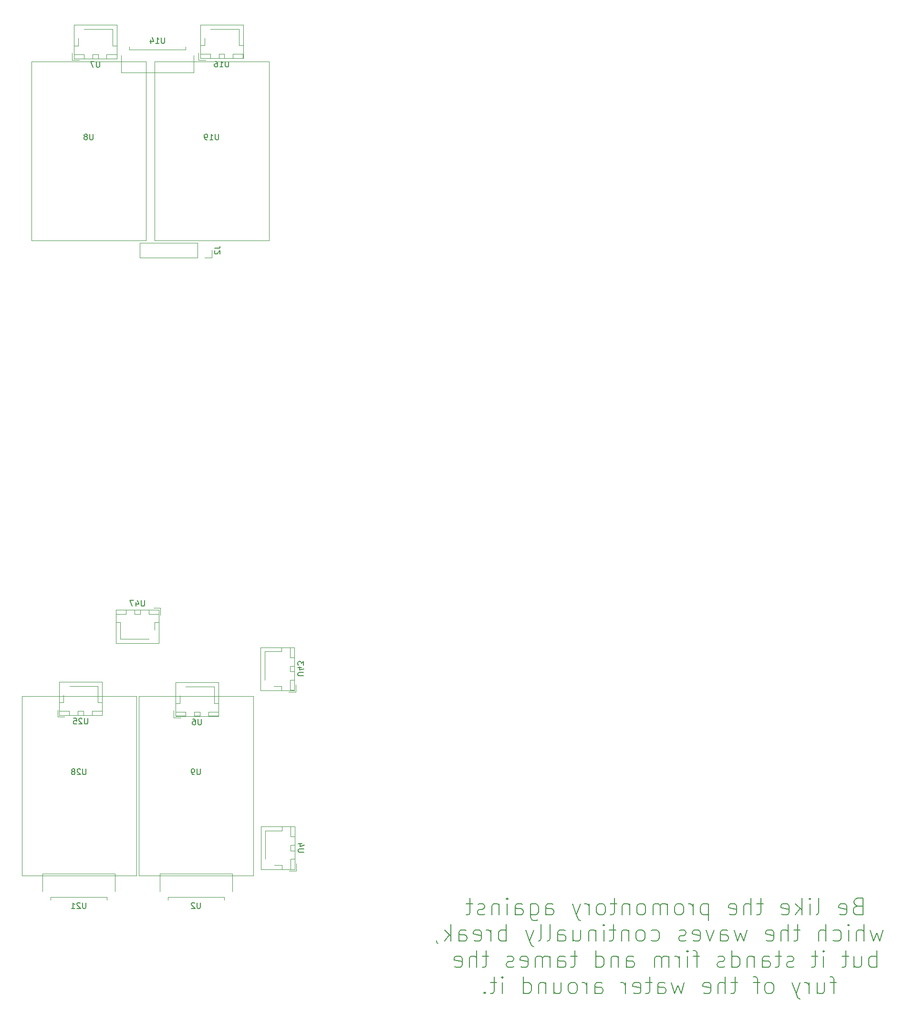
<source format=gbr>
G04 #@! TF.GenerationSoftware,KiCad,Pcbnew,5.1.5+dfsg1-2build2*
G04 #@! TF.CreationDate,2020-12-11T18:22:10+01:00*
G04 #@! TF.ProjectId,ariadne-v3-backup,61726961-646e-4652-9d76-332d6261636b,rev?*
G04 #@! TF.SameCoordinates,Original*
G04 #@! TF.FileFunction,Legend,Bot*
G04 #@! TF.FilePolarity,Positive*
%FSLAX46Y46*%
G04 Gerber Fmt 4.6, Leading zero omitted, Abs format (unit mm)*
G04 Created by KiCad (PCBNEW 5.1.5+dfsg1-2build2) date 2020-12-11 18:22:10*
%MOMM*%
%LPD*%
G04 APERTURE LIST*
%ADD10C,0.150000*%
%ADD11C,0.120000*%
G04 APERTURE END LIST*
D10*
X170042857Y-170210714D02*
X169614285Y-170353571D01*
X169471428Y-170496428D01*
X169328571Y-170782142D01*
X169328571Y-171210714D01*
X169471428Y-171496428D01*
X169614285Y-171639285D01*
X169900000Y-171782142D01*
X171042857Y-171782142D01*
X171042857Y-168782142D01*
X170042857Y-168782142D01*
X169757142Y-168925000D01*
X169614285Y-169067857D01*
X169471428Y-169353571D01*
X169471428Y-169639285D01*
X169614285Y-169925000D01*
X169757142Y-170067857D01*
X170042857Y-170210714D01*
X171042857Y-170210714D01*
X166900000Y-171639285D02*
X167185714Y-171782142D01*
X167757142Y-171782142D01*
X168042857Y-171639285D01*
X168185714Y-171353571D01*
X168185714Y-170210714D01*
X168042857Y-169925000D01*
X167757142Y-169782142D01*
X167185714Y-169782142D01*
X166900000Y-169925000D01*
X166757142Y-170210714D01*
X166757142Y-170496428D01*
X168185714Y-170782142D01*
X162757142Y-171782142D02*
X163042857Y-171639285D01*
X163185714Y-171353571D01*
X163185714Y-168782142D01*
X161614285Y-171782142D02*
X161614285Y-169782142D01*
X161614285Y-168782142D02*
X161757142Y-168925000D01*
X161614285Y-169067857D01*
X161471428Y-168925000D01*
X161614285Y-168782142D01*
X161614285Y-169067857D01*
X160185714Y-171782142D02*
X160185714Y-168782142D01*
X159900000Y-170639285D02*
X159042857Y-171782142D01*
X159042857Y-169782142D02*
X160185714Y-170925000D01*
X156614285Y-171639285D02*
X156900000Y-171782142D01*
X157471428Y-171782142D01*
X157757142Y-171639285D01*
X157900000Y-171353571D01*
X157900000Y-170210714D01*
X157757142Y-169925000D01*
X157471428Y-169782142D01*
X156900000Y-169782142D01*
X156614285Y-169925000D01*
X156471428Y-170210714D01*
X156471428Y-170496428D01*
X157900000Y-170782142D01*
X153328571Y-169782142D02*
X152185714Y-169782142D01*
X152900000Y-168782142D02*
X152900000Y-171353571D01*
X152757142Y-171639285D01*
X152471428Y-171782142D01*
X152185714Y-171782142D01*
X151185714Y-171782142D02*
X151185714Y-168782142D01*
X149900000Y-171782142D02*
X149900000Y-170210714D01*
X150042857Y-169925000D01*
X150328571Y-169782142D01*
X150757142Y-169782142D01*
X151042857Y-169925000D01*
X151185714Y-170067857D01*
X147328571Y-171639285D02*
X147614285Y-171782142D01*
X148185714Y-171782142D01*
X148471428Y-171639285D01*
X148614285Y-171353571D01*
X148614285Y-170210714D01*
X148471428Y-169925000D01*
X148185714Y-169782142D01*
X147614285Y-169782142D01*
X147328571Y-169925000D01*
X147185714Y-170210714D01*
X147185714Y-170496428D01*
X148614285Y-170782142D01*
X143614285Y-169782142D02*
X143614285Y-172782142D01*
X143614285Y-169925000D02*
X143328571Y-169782142D01*
X142757142Y-169782142D01*
X142471428Y-169925000D01*
X142328571Y-170067857D01*
X142185714Y-170353571D01*
X142185714Y-171210714D01*
X142328571Y-171496428D01*
X142471428Y-171639285D01*
X142757142Y-171782142D01*
X143328571Y-171782142D01*
X143614285Y-171639285D01*
X140900000Y-171782142D02*
X140900000Y-169782142D01*
X140900000Y-170353571D02*
X140757142Y-170067857D01*
X140614285Y-169925000D01*
X140328571Y-169782142D01*
X140042857Y-169782142D01*
X138614285Y-171782142D02*
X138900000Y-171639285D01*
X139042857Y-171496428D01*
X139185714Y-171210714D01*
X139185714Y-170353571D01*
X139042857Y-170067857D01*
X138900000Y-169925000D01*
X138614285Y-169782142D01*
X138185714Y-169782142D01*
X137900000Y-169925000D01*
X137757142Y-170067857D01*
X137614285Y-170353571D01*
X137614285Y-171210714D01*
X137757142Y-171496428D01*
X137900000Y-171639285D01*
X138185714Y-171782142D01*
X138614285Y-171782142D01*
X136328571Y-171782142D02*
X136328571Y-169782142D01*
X136328571Y-170067857D02*
X136185714Y-169925000D01*
X135900000Y-169782142D01*
X135471428Y-169782142D01*
X135185714Y-169925000D01*
X135042857Y-170210714D01*
X135042857Y-171782142D01*
X135042857Y-170210714D02*
X134900000Y-169925000D01*
X134614285Y-169782142D01*
X134185714Y-169782142D01*
X133900000Y-169925000D01*
X133757142Y-170210714D01*
X133757142Y-171782142D01*
X131900000Y-171782142D02*
X132185714Y-171639285D01*
X132328571Y-171496428D01*
X132471428Y-171210714D01*
X132471428Y-170353571D01*
X132328571Y-170067857D01*
X132185714Y-169925000D01*
X131900000Y-169782142D01*
X131471428Y-169782142D01*
X131185714Y-169925000D01*
X131042857Y-170067857D01*
X130900000Y-170353571D01*
X130900000Y-171210714D01*
X131042857Y-171496428D01*
X131185714Y-171639285D01*
X131471428Y-171782142D01*
X131900000Y-171782142D01*
X129614285Y-169782142D02*
X129614285Y-171782142D01*
X129614285Y-170067857D02*
X129471428Y-169925000D01*
X129185714Y-169782142D01*
X128757142Y-169782142D01*
X128471428Y-169925000D01*
X128328571Y-170210714D01*
X128328571Y-171782142D01*
X127328571Y-169782142D02*
X126185714Y-169782142D01*
X126900000Y-168782142D02*
X126900000Y-171353571D01*
X126757142Y-171639285D01*
X126471428Y-171782142D01*
X126185714Y-171782142D01*
X124757142Y-171782142D02*
X125042857Y-171639285D01*
X125185714Y-171496428D01*
X125328571Y-171210714D01*
X125328571Y-170353571D01*
X125185714Y-170067857D01*
X125042857Y-169925000D01*
X124757142Y-169782142D01*
X124328571Y-169782142D01*
X124042857Y-169925000D01*
X123900000Y-170067857D01*
X123757142Y-170353571D01*
X123757142Y-171210714D01*
X123900000Y-171496428D01*
X124042857Y-171639285D01*
X124328571Y-171782142D01*
X124757142Y-171782142D01*
X122471428Y-171782142D02*
X122471428Y-169782142D01*
X122471428Y-170353571D02*
X122328571Y-170067857D01*
X122185714Y-169925000D01*
X121900000Y-169782142D01*
X121614285Y-169782142D01*
X120900000Y-169782142D02*
X120185714Y-171782142D01*
X119471428Y-169782142D02*
X120185714Y-171782142D01*
X120471428Y-172496428D01*
X120614285Y-172639285D01*
X120900000Y-172782142D01*
X114757142Y-171782142D02*
X114757142Y-170210714D01*
X114900000Y-169925000D01*
X115185714Y-169782142D01*
X115757142Y-169782142D01*
X116042857Y-169925000D01*
X114757142Y-171639285D02*
X115042857Y-171782142D01*
X115757142Y-171782142D01*
X116042857Y-171639285D01*
X116185714Y-171353571D01*
X116185714Y-171067857D01*
X116042857Y-170782142D01*
X115757142Y-170639285D01*
X115042857Y-170639285D01*
X114757142Y-170496428D01*
X112042857Y-169782142D02*
X112042857Y-172210714D01*
X112185714Y-172496428D01*
X112328571Y-172639285D01*
X112614285Y-172782142D01*
X113042857Y-172782142D01*
X113328571Y-172639285D01*
X112042857Y-171639285D02*
X112328571Y-171782142D01*
X112900000Y-171782142D01*
X113185714Y-171639285D01*
X113328571Y-171496428D01*
X113471428Y-171210714D01*
X113471428Y-170353571D01*
X113328571Y-170067857D01*
X113185714Y-169925000D01*
X112900000Y-169782142D01*
X112328571Y-169782142D01*
X112042857Y-169925000D01*
X109328571Y-171782142D02*
X109328571Y-170210714D01*
X109471428Y-169925000D01*
X109757142Y-169782142D01*
X110328571Y-169782142D01*
X110614285Y-169925000D01*
X109328571Y-171639285D02*
X109614285Y-171782142D01*
X110328571Y-171782142D01*
X110614285Y-171639285D01*
X110757142Y-171353571D01*
X110757142Y-171067857D01*
X110614285Y-170782142D01*
X110328571Y-170639285D01*
X109614285Y-170639285D01*
X109328571Y-170496428D01*
X107900000Y-171782142D02*
X107900000Y-169782142D01*
X107900000Y-168782142D02*
X108042857Y-168925000D01*
X107900000Y-169067857D01*
X107757142Y-168925000D01*
X107900000Y-168782142D01*
X107900000Y-169067857D01*
X106471428Y-169782142D02*
X106471428Y-171782142D01*
X106471428Y-170067857D02*
X106328571Y-169925000D01*
X106042857Y-169782142D01*
X105614285Y-169782142D01*
X105328571Y-169925000D01*
X105185714Y-170210714D01*
X105185714Y-171782142D01*
X103900000Y-171639285D02*
X103614285Y-171782142D01*
X103042857Y-171782142D01*
X102757142Y-171639285D01*
X102614285Y-171353571D01*
X102614285Y-171210714D01*
X102757142Y-170925000D01*
X103042857Y-170782142D01*
X103471428Y-170782142D01*
X103757142Y-170639285D01*
X103900000Y-170353571D01*
X103900000Y-170210714D01*
X103757142Y-169925000D01*
X103471428Y-169782142D01*
X103042857Y-169782142D01*
X102757142Y-169925000D01*
X101757142Y-169782142D02*
X100614285Y-169782142D01*
X101328571Y-168782142D02*
X101328571Y-171353571D01*
X101185714Y-171639285D01*
X100900000Y-171782142D01*
X100614285Y-171782142D01*
X174614285Y-174432142D02*
X174042857Y-176432142D01*
X173471428Y-175003571D01*
X172900000Y-176432142D01*
X172328571Y-174432142D01*
X171185714Y-176432142D02*
X171185714Y-173432142D01*
X169900000Y-176432142D02*
X169900000Y-174860714D01*
X170042857Y-174575000D01*
X170328571Y-174432142D01*
X170757142Y-174432142D01*
X171042857Y-174575000D01*
X171185714Y-174717857D01*
X168471428Y-176432142D02*
X168471428Y-174432142D01*
X168471428Y-173432142D02*
X168614285Y-173575000D01*
X168471428Y-173717857D01*
X168328571Y-173575000D01*
X168471428Y-173432142D01*
X168471428Y-173717857D01*
X165757142Y-176289285D02*
X166042857Y-176432142D01*
X166614285Y-176432142D01*
X166900000Y-176289285D01*
X167042857Y-176146428D01*
X167185714Y-175860714D01*
X167185714Y-175003571D01*
X167042857Y-174717857D01*
X166900000Y-174575000D01*
X166614285Y-174432142D01*
X166042857Y-174432142D01*
X165757142Y-174575000D01*
X164471428Y-176432142D02*
X164471428Y-173432142D01*
X163185714Y-176432142D02*
X163185714Y-174860714D01*
X163328571Y-174575000D01*
X163614285Y-174432142D01*
X164042857Y-174432142D01*
X164328571Y-174575000D01*
X164471428Y-174717857D01*
X159900000Y-174432142D02*
X158757142Y-174432142D01*
X159471428Y-173432142D02*
X159471428Y-176003571D01*
X159328571Y-176289285D01*
X159042857Y-176432142D01*
X158757142Y-176432142D01*
X157757142Y-176432142D02*
X157757142Y-173432142D01*
X156471428Y-176432142D02*
X156471428Y-174860714D01*
X156614285Y-174575000D01*
X156900000Y-174432142D01*
X157328571Y-174432142D01*
X157614285Y-174575000D01*
X157757142Y-174717857D01*
X153900000Y-176289285D02*
X154185714Y-176432142D01*
X154757142Y-176432142D01*
X155042857Y-176289285D01*
X155185714Y-176003571D01*
X155185714Y-174860714D01*
X155042857Y-174575000D01*
X154757142Y-174432142D01*
X154185714Y-174432142D01*
X153900000Y-174575000D01*
X153757142Y-174860714D01*
X153757142Y-175146428D01*
X155185714Y-175432142D01*
X150471428Y-174432142D02*
X149900000Y-176432142D01*
X149328571Y-175003571D01*
X148757142Y-176432142D01*
X148185714Y-174432142D01*
X145757142Y-176432142D02*
X145757142Y-174860714D01*
X145900000Y-174575000D01*
X146185714Y-174432142D01*
X146757142Y-174432142D01*
X147042857Y-174575000D01*
X145757142Y-176289285D02*
X146042857Y-176432142D01*
X146757142Y-176432142D01*
X147042857Y-176289285D01*
X147185714Y-176003571D01*
X147185714Y-175717857D01*
X147042857Y-175432142D01*
X146757142Y-175289285D01*
X146042857Y-175289285D01*
X145757142Y-175146428D01*
X144614285Y-174432142D02*
X143900000Y-176432142D01*
X143185714Y-174432142D01*
X140900000Y-176289285D02*
X141185714Y-176432142D01*
X141757142Y-176432142D01*
X142042857Y-176289285D01*
X142185714Y-176003571D01*
X142185714Y-174860714D01*
X142042857Y-174575000D01*
X141757142Y-174432142D01*
X141185714Y-174432142D01*
X140900000Y-174575000D01*
X140757142Y-174860714D01*
X140757142Y-175146428D01*
X142185714Y-175432142D01*
X139614285Y-176289285D02*
X139328571Y-176432142D01*
X138757142Y-176432142D01*
X138471428Y-176289285D01*
X138328571Y-176003571D01*
X138328571Y-175860714D01*
X138471428Y-175575000D01*
X138757142Y-175432142D01*
X139185714Y-175432142D01*
X139471428Y-175289285D01*
X139614285Y-175003571D01*
X139614285Y-174860714D01*
X139471428Y-174575000D01*
X139185714Y-174432142D01*
X138757142Y-174432142D01*
X138471428Y-174575000D01*
X133471428Y-176289285D02*
X133757142Y-176432142D01*
X134328571Y-176432142D01*
X134614285Y-176289285D01*
X134757142Y-176146428D01*
X134900000Y-175860714D01*
X134900000Y-175003571D01*
X134757142Y-174717857D01*
X134614285Y-174575000D01*
X134328571Y-174432142D01*
X133757142Y-174432142D01*
X133471428Y-174575000D01*
X131757142Y-176432142D02*
X132042857Y-176289285D01*
X132185714Y-176146428D01*
X132328571Y-175860714D01*
X132328571Y-175003571D01*
X132185714Y-174717857D01*
X132042857Y-174575000D01*
X131757142Y-174432142D01*
X131328571Y-174432142D01*
X131042857Y-174575000D01*
X130900000Y-174717857D01*
X130757142Y-175003571D01*
X130757142Y-175860714D01*
X130900000Y-176146428D01*
X131042857Y-176289285D01*
X131328571Y-176432142D01*
X131757142Y-176432142D01*
X129471428Y-174432142D02*
X129471428Y-176432142D01*
X129471428Y-174717857D02*
X129328571Y-174575000D01*
X129042857Y-174432142D01*
X128614285Y-174432142D01*
X128328571Y-174575000D01*
X128185714Y-174860714D01*
X128185714Y-176432142D01*
X127185714Y-174432142D02*
X126042857Y-174432142D01*
X126757142Y-173432142D02*
X126757142Y-176003571D01*
X126614285Y-176289285D01*
X126328571Y-176432142D01*
X126042857Y-176432142D01*
X125042857Y-176432142D02*
X125042857Y-174432142D01*
X125042857Y-173432142D02*
X125185714Y-173575000D01*
X125042857Y-173717857D01*
X124900000Y-173575000D01*
X125042857Y-173432142D01*
X125042857Y-173717857D01*
X123614285Y-174432142D02*
X123614285Y-176432142D01*
X123614285Y-174717857D02*
X123471428Y-174575000D01*
X123185714Y-174432142D01*
X122757142Y-174432142D01*
X122471428Y-174575000D01*
X122328571Y-174860714D01*
X122328571Y-176432142D01*
X119614285Y-174432142D02*
X119614285Y-176432142D01*
X120900000Y-174432142D02*
X120900000Y-176003571D01*
X120757142Y-176289285D01*
X120471428Y-176432142D01*
X120042857Y-176432142D01*
X119757142Y-176289285D01*
X119614285Y-176146428D01*
X116900000Y-176432142D02*
X116900000Y-174860714D01*
X117042857Y-174575000D01*
X117328571Y-174432142D01*
X117900000Y-174432142D01*
X118185714Y-174575000D01*
X116900000Y-176289285D02*
X117185714Y-176432142D01*
X117900000Y-176432142D01*
X118185714Y-176289285D01*
X118328571Y-176003571D01*
X118328571Y-175717857D01*
X118185714Y-175432142D01*
X117900000Y-175289285D01*
X117185714Y-175289285D01*
X116900000Y-175146428D01*
X115042857Y-176432142D02*
X115328571Y-176289285D01*
X115471428Y-176003571D01*
X115471428Y-173432142D01*
X113471428Y-176432142D02*
X113757142Y-176289285D01*
X113900000Y-176003571D01*
X113900000Y-173432142D01*
X112614285Y-174432142D02*
X111900000Y-176432142D01*
X111185714Y-174432142D02*
X111900000Y-176432142D01*
X112185714Y-177146428D01*
X112328571Y-177289285D01*
X112614285Y-177432142D01*
X107757142Y-176432142D02*
X107757142Y-173432142D01*
X107757142Y-174575000D02*
X107471428Y-174432142D01*
X106900000Y-174432142D01*
X106614285Y-174575000D01*
X106471428Y-174717857D01*
X106328571Y-175003571D01*
X106328571Y-175860714D01*
X106471428Y-176146428D01*
X106614285Y-176289285D01*
X106900000Y-176432142D01*
X107471428Y-176432142D01*
X107757142Y-176289285D01*
X105042857Y-176432142D02*
X105042857Y-174432142D01*
X105042857Y-175003571D02*
X104900000Y-174717857D01*
X104757142Y-174575000D01*
X104471428Y-174432142D01*
X104185714Y-174432142D01*
X102042857Y-176289285D02*
X102328571Y-176432142D01*
X102900000Y-176432142D01*
X103185714Y-176289285D01*
X103328571Y-176003571D01*
X103328571Y-174860714D01*
X103185714Y-174575000D01*
X102900000Y-174432142D01*
X102328571Y-174432142D01*
X102042857Y-174575000D01*
X101900000Y-174860714D01*
X101900000Y-175146428D01*
X103328571Y-175432142D01*
X99328571Y-176432142D02*
X99328571Y-174860714D01*
X99471428Y-174575000D01*
X99757142Y-174432142D01*
X100328571Y-174432142D01*
X100614285Y-174575000D01*
X99328571Y-176289285D02*
X99614285Y-176432142D01*
X100328571Y-176432142D01*
X100614285Y-176289285D01*
X100757142Y-176003571D01*
X100757142Y-175717857D01*
X100614285Y-175432142D01*
X100328571Y-175289285D01*
X99614285Y-175289285D01*
X99328571Y-175146428D01*
X97900000Y-176432142D02*
X97900000Y-173432142D01*
X97614285Y-175289285D02*
X96757142Y-176432142D01*
X96757142Y-174432142D02*
X97900000Y-175575000D01*
X95328571Y-176289285D02*
X95328571Y-176432142D01*
X95471428Y-176717857D01*
X95614285Y-176860714D01*
X173471428Y-181082142D02*
X173471428Y-178082142D01*
X173471428Y-179225000D02*
X173185714Y-179082142D01*
X172614285Y-179082142D01*
X172328571Y-179225000D01*
X172185714Y-179367857D01*
X172042857Y-179653571D01*
X172042857Y-180510714D01*
X172185714Y-180796428D01*
X172328571Y-180939285D01*
X172614285Y-181082142D01*
X173185714Y-181082142D01*
X173471428Y-180939285D01*
X169471428Y-179082142D02*
X169471428Y-181082142D01*
X170757142Y-179082142D02*
X170757142Y-180653571D01*
X170614285Y-180939285D01*
X170328571Y-181082142D01*
X169900000Y-181082142D01*
X169614285Y-180939285D01*
X169471428Y-180796428D01*
X168471428Y-179082142D02*
X167328571Y-179082142D01*
X168042857Y-178082142D02*
X168042857Y-180653571D01*
X167900000Y-180939285D01*
X167614285Y-181082142D01*
X167328571Y-181082142D01*
X164042857Y-181082142D02*
X164042857Y-179082142D01*
X164042857Y-178082142D02*
X164185714Y-178225000D01*
X164042857Y-178367857D01*
X163900000Y-178225000D01*
X164042857Y-178082142D01*
X164042857Y-178367857D01*
X163042857Y-179082142D02*
X161900000Y-179082142D01*
X162614285Y-178082142D02*
X162614285Y-180653571D01*
X162471428Y-180939285D01*
X162185714Y-181082142D01*
X161900000Y-181082142D01*
X158757142Y-180939285D02*
X158471428Y-181082142D01*
X157900000Y-181082142D01*
X157614285Y-180939285D01*
X157471428Y-180653571D01*
X157471428Y-180510714D01*
X157614285Y-180225000D01*
X157900000Y-180082142D01*
X158328571Y-180082142D01*
X158614285Y-179939285D01*
X158757142Y-179653571D01*
X158757142Y-179510714D01*
X158614285Y-179225000D01*
X158328571Y-179082142D01*
X157900000Y-179082142D01*
X157614285Y-179225000D01*
X156614285Y-179082142D02*
X155471428Y-179082142D01*
X156185714Y-178082142D02*
X156185714Y-180653571D01*
X156042857Y-180939285D01*
X155757142Y-181082142D01*
X155471428Y-181082142D01*
X153185714Y-181082142D02*
X153185714Y-179510714D01*
X153328571Y-179225000D01*
X153614285Y-179082142D01*
X154185714Y-179082142D01*
X154471428Y-179225000D01*
X153185714Y-180939285D02*
X153471428Y-181082142D01*
X154185714Y-181082142D01*
X154471428Y-180939285D01*
X154614285Y-180653571D01*
X154614285Y-180367857D01*
X154471428Y-180082142D01*
X154185714Y-179939285D01*
X153471428Y-179939285D01*
X153185714Y-179796428D01*
X151757142Y-179082142D02*
X151757142Y-181082142D01*
X151757142Y-179367857D02*
X151614285Y-179225000D01*
X151328571Y-179082142D01*
X150900000Y-179082142D01*
X150614285Y-179225000D01*
X150471428Y-179510714D01*
X150471428Y-181082142D01*
X147757142Y-181082142D02*
X147757142Y-178082142D01*
X147757142Y-180939285D02*
X148042857Y-181082142D01*
X148614285Y-181082142D01*
X148900000Y-180939285D01*
X149042857Y-180796428D01*
X149185714Y-180510714D01*
X149185714Y-179653571D01*
X149042857Y-179367857D01*
X148900000Y-179225000D01*
X148614285Y-179082142D01*
X148042857Y-179082142D01*
X147757142Y-179225000D01*
X146471428Y-180939285D02*
X146185714Y-181082142D01*
X145614285Y-181082142D01*
X145328571Y-180939285D01*
X145185714Y-180653571D01*
X145185714Y-180510714D01*
X145328571Y-180225000D01*
X145614285Y-180082142D01*
X146042857Y-180082142D01*
X146328571Y-179939285D01*
X146471428Y-179653571D01*
X146471428Y-179510714D01*
X146328571Y-179225000D01*
X146042857Y-179082142D01*
X145614285Y-179082142D01*
X145328571Y-179225000D01*
X142042857Y-179082142D02*
X140900000Y-179082142D01*
X141614285Y-181082142D02*
X141614285Y-178510714D01*
X141471428Y-178225000D01*
X141185714Y-178082142D01*
X140900000Y-178082142D01*
X139900000Y-181082142D02*
X139900000Y-179082142D01*
X139900000Y-178082142D02*
X140042857Y-178225000D01*
X139900000Y-178367857D01*
X139757142Y-178225000D01*
X139900000Y-178082142D01*
X139900000Y-178367857D01*
X138471428Y-181082142D02*
X138471428Y-179082142D01*
X138471428Y-179653571D02*
X138328571Y-179367857D01*
X138185714Y-179225000D01*
X137900000Y-179082142D01*
X137614285Y-179082142D01*
X136614285Y-181082142D02*
X136614285Y-179082142D01*
X136614285Y-179367857D02*
X136471428Y-179225000D01*
X136185714Y-179082142D01*
X135757142Y-179082142D01*
X135471428Y-179225000D01*
X135328571Y-179510714D01*
X135328571Y-181082142D01*
X135328571Y-179510714D02*
X135185714Y-179225000D01*
X134900000Y-179082142D01*
X134471428Y-179082142D01*
X134185714Y-179225000D01*
X134042857Y-179510714D01*
X134042857Y-181082142D01*
X129042857Y-181082142D02*
X129042857Y-179510714D01*
X129185714Y-179225000D01*
X129471428Y-179082142D01*
X130042857Y-179082142D01*
X130328571Y-179225000D01*
X129042857Y-180939285D02*
X129328571Y-181082142D01*
X130042857Y-181082142D01*
X130328571Y-180939285D01*
X130471428Y-180653571D01*
X130471428Y-180367857D01*
X130328571Y-180082142D01*
X130042857Y-179939285D01*
X129328571Y-179939285D01*
X129042857Y-179796428D01*
X127614285Y-179082142D02*
X127614285Y-181082142D01*
X127614285Y-179367857D02*
X127471428Y-179225000D01*
X127185714Y-179082142D01*
X126757142Y-179082142D01*
X126471428Y-179225000D01*
X126328571Y-179510714D01*
X126328571Y-181082142D01*
X123614285Y-181082142D02*
X123614285Y-178082142D01*
X123614285Y-180939285D02*
X123900000Y-181082142D01*
X124471428Y-181082142D01*
X124757142Y-180939285D01*
X124900000Y-180796428D01*
X125042857Y-180510714D01*
X125042857Y-179653571D01*
X124900000Y-179367857D01*
X124757142Y-179225000D01*
X124471428Y-179082142D01*
X123900000Y-179082142D01*
X123614285Y-179225000D01*
X120328571Y-179082142D02*
X119185714Y-179082142D01*
X119900000Y-178082142D02*
X119900000Y-180653571D01*
X119757142Y-180939285D01*
X119471428Y-181082142D01*
X119185714Y-181082142D01*
X116900000Y-181082142D02*
X116900000Y-179510714D01*
X117042857Y-179225000D01*
X117328571Y-179082142D01*
X117900000Y-179082142D01*
X118185714Y-179225000D01*
X116900000Y-180939285D02*
X117185714Y-181082142D01*
X117900000Y-181082142D01*
X118185714Y-180939285D01*
X118328571Y-180653571D01*
X118328571Y-180367857D01*
X118185714Y-180082142D01*
X117900000Y-179939285D01*
X117185714Y-179939285D01*
X116900000Y-179796428D01*
X115471428Y-181082142D02*
X115471428Y-179082142D01*
X115471428Y-179367857D02*
X115328571Y-179225000D01*
X115042857Y-179082142D01*
X114614285Y-179082142D01*
X114328571Y-179225000D01*
X114185714Y-179510714D01*
X114185714Y-181082142D01*
X114185714Y-179510714D02*
X114042857Y-179225000D01*
X113757142Y-179082142D01*
X113328571Y-179082142D01*
X113042857Y-179225000D01*
X112900000Y-179510714D01*
X112900000Y-181082142D01*
X110328571Y-180939285D02*
X110614285Y-181082142D01*
X111185714Y-181082142D01*
X111471428Y-180939285D01*
X111614285Y-180653571D01*
X111614285Y-179510714D01*
X111471428Y-179225000D01*
X111185714Y-179082142D01*
X110614285Y-179082142D01*
X110328571Y-179225000D01*
X110185714Y-179510714D01*
X110185714Y-179796428D01*
X111614285Y-180082142D01*
X109042857Y-180939285D02*
X108757142Y-181082142D01*
X108185714Y-181082142D01*
X107900000Y-180939285D01*
X107757142Y-180653571D01*
X107757142Y-180510714D01*
X107900000Y-180225000D01*
X108185714Y-180082142D01*
X108614285Y-180082142D01*
X108900000Y-179939285D01*
X109042857Y-179653571D01*
X109042857Y-179510714D01*
X108900000Y-179225000D01*
X108614285Y-179082142D01*
X108185714Y-179082142D01*
X107900000Y-179225000D01*
X104614285Y-179082142D02*
X103471428Y-179082142D01*
X104185714Y-178082142D02*
X104185714Y-180653571D01*
X104042857Y-180939285D01*
X103757142Y-181082142D01*
X103471428Y-181082142D01*
X102471428Y-181082142D02*
X102471428Y-178082142D01*
X101185714Y-181082142D02*
X101185714Y-179510714D01*
X101328571Y-179225000D01*
X101614285Y-179082142D01*
X102042857Y-179082142D01*
X102328571Y-179225000D01*
X102471428Y-179367857D01*
X98614285Y-180939285D02*
X98900000Y-181082142D01*
X99471428Y-181082142D01*
X99757142Y-180939285D01*
X99900000Y-180653571D01*
X99900000Y-179510714D01*
X99757142Y-179225000D01*
X99471428Y-179082142D01*
X98900000Y-179082142D01*
X98614285Y-179225000D01*
X98471428Y-179510714D01*
X98471428Y-179796428D01*
X99900000Y-180082142D01*
X166328571Y-183732142D02*
X165185714Y-183732142D01*
X165900000Y-185732142D02*
X165900000Y-183160714D01*
X165757142Y-182875000D01*
X165471428Y-182732142D01*
X165185714Y-182732142D01*
X162900000Y-183732142D02*
X162900000Y-185732142D01*
X164185714Y-183732142D02*
X164185714Y-185303571D01*
X164042857Y-185589285D01*
X163757142Y-185732142D01*
X163328571Y-185732142D01*
X163042857Y-185589285D01*
X162900000Y-185446428D01*
X161471428Y-185732142D02*
X161471428Y-183732142D01*
X161471428Y-184303571D02*
X161328571Y-184017857D01*
X161185714Y-183875000D01*
X160900000Y-183732142D01*
X160614285Y-183732142D01*
X159900000Y-183732142D02*
X159185714Y-185732142D01*
X158471428Y-183732142D02*
X159185714Y-185732142D01*
X159471428Y-186446428D01*
X159614285Y-186589285D01*
X159900000Y-186732142D01*
X154614285Y-185732142D02*
X154900000Y-185589285D01*
X155042857Y-185446428D01*
X155185714Y-185160714D01*
X155185714Y-184303571D01*
X155042857Y-184017857D01*
X154900000Y-183875000D01*
X154614285Y-183732142D01*
X154185714Y-183732142D01*
X153900000Y-183875000D01*
X153757142Y-184017857D01*
X153614285Y-184303571D01*
X153614285Y-185160714D01*
X153757142Y-185446428D01*
X153900000Y-185589285D01*
X154185714Y-185732142D01*
X154614285Y-185732142D01*
X152757142Y-183732142D02*
X151614285Y-183732142D01*
X152328571Y-185732142D02*
X152328571Y-183160714D01*
X152185714Y-182875000D01*
X151900000Y-182732142D01*
X151614285Y-182732142D01*
X148757142Y-183732142D02*
X147614285Y-183732142D01*
X148328571Y-182732142D02*
X148328571Y-185303571D01*
X148185714Y-185589285D01*
X147900000Y-185732142D01*
X147614285Y-185732142D01*
X146614285Y-185732142D02*
X146614285Y-182732142D01*
X145328571Y-185732142D02*
X145328571Y-184160714D01*
X145471428Y-183875000D01*
X145757142Y-183732142D01*
X146185714Y-183732142D01*
X146471428Y-183875000D01*
X146614285Y-184017857D01*
X142757142Y-185589285D02*
X143042857Y-185732142D01*
X143614285Y-185732142D01*
X143900000Y-185589285D01*
X144042857Y-185303571D01*
X144042857Y-184160714D01*
X143900000Y-183875000D01*
X143614285Y-183732142D01*
X143042857Y-183732142D01*
X142757142Y-183875000D01*
X142614285Y-184160714D01*
X142614285Y-184446428D01*
X144042857Y-184732142D01*
X139328571Y-183732142D02*
X138757142Y-185732142D01*
X138185714Y-184303571D01*
X137614285Y-185732142D01*
X137042857Y-183732142D01*
X134614285Y-185732142D02*
X134614285Y-184160714D01*
X134757142Y-183875000D01*
X135042857Y-183732142D01*
X135614285Y-183732142D01*
X135900000Y-183875000D01*
X134614285Y-185589285D02*
X134900000Y-185732142D01*
X135614285Y-185732142D01*
X135900000Y-185589285D01*
X136042857Y-185303571D01*
X136042857Y-185017857D01*
X135900000Y-184732142D01*
X135614285Y-184589285D01*
X134900000Y-184589285D01*
X134614285Y-184446428D01*
X133614285Y-183732142D02*
X132471428Y-183732142D01*
X133185714Y-182732142D02*
X133185714Y-185303571D01*
X133042857Y-185589285D01*
X132757142Y-185732142D01*
X132471428Y-185732142D01*
X130328571Y-185589285D02*
X130614285Y-185732142D01*
X131185714Y-185732142D01*
X131471428Y-185589285D01*
X131614285Y-185303571D01*
X131614285Y-184160714D01*
X131471428Y-183875000D01*
X131185714Y-183732142D01*
X130614285Y-183732142D01*
X130328571Y-183875000D01*
X130185714Y-184160714D01*
X130185714Y-184446428D01*
X131614285Y-184732142D01*
X128900000Y-185732142D02*
X128900000Y-183732142D01*
X128900000Y-184303571D02*
X128757142Y-184017857D01*
X128614285Y-183875000D01*
X128328571Y-183732142D01*
X128042857Y-183732142D01*
X123471428Y-185732142D02*
X123471428Y-184160714D01*
X123614285Y-183875000D01*
X123899999Y-183732142D01*
X124471428Y-183732142D01*
X124757142Y-183875000D01*
X123471428Y-185589285D02*
X123757142Y-185732142D01*
X124471428Y-185732142D01*
X124757142Y-185589285D01*
X124899999Y-185303571D01*
X124899999Y-185017857D01*
X124757142Y-184732142D01*
X124471428Y-184589285D01*
X123757142Y-184589285D01*
X123471428Y-184446428D01*
X122042857Y-185732142D02*
X122042857Y-183732142D01*
X122042857Y-184303571D02*
X121899999Y-184017857D01*
X121757142Y-183875000D01*
X121471428Y-183732142D01*
X121185714Y-183732142D01*
X119757142Y-185732142D02*
X120042857Y-185589285D01*
X120185714Y-185446428D01*
X120328571Y-185160714D01*
X120328571Y-184303571D01*
X120185714Y-184017857D01*
X120042857Y-183875000D01*
X119757142Y-183732142D01*
X119328571Y-183732142D01*
X119042857Y-183875000D01*
X118899999Y-184017857D01*
X118757142Y-184303571D01*
X118757142Y-185160714D01*
X118899999Y-185446428D01*
X119042857Y-185589285D01*
X119328571Y-185732142D01*
X119757142Y-185732142D01*
X116185714Y-183732142D02*
X116185714Y-185732142D01*
X117471428Y-183732142D02*
X117471428Y-185303571D01*
X117328571Y-185589285D01*
X117042857Y-185732142D01*
X116614285Y-185732142D01*
X116328571Y-185589285D01*
X116185714Y-185446428D01*
X114757142Y-183732142D02*
X114757142Y-185732142D01*
X114757142Y-184017857D02*
X114614285Y-183875000D01*
X114328571Y-183732142D01*
X113899999Y-183732142D01*
X113614285Y-183875000D01*
X113471428Y-184160714D01*
X113471428Y-185732142D01*
X110757142Y-185732142D02*
X110757142Y-182732142D01*
X110757142Y-185589285D02*
X111042857Y-185732142D01*
X111614285Y-185732142D01*
X111899999Y-185589285D01*
X112042857Y-185446428D01*
X112185714Y-185160714D01*
X112185714Y-184303571D01*
X112042857Y-184017857D01*
X111899999Y-183875000D01*
X111614285Y-183732142D01*
X111042857Y-183732142D01*
X110757142Y-183875000D01*
X107042857Y-185732142D02*
X107042857Y-183732142D01*
X107042857Y-182732142D02*
X107185714Y-182875000D01*
X107042857Y-183017857D01*
X106899999Y-182875000D01*
X107042857Y-182732142D01*
X107042857Y-183017857D01*
X106042857Y-183732142D02*
X104899999Y-183732142D01*
X105614285Y-182732142D02*
X105614285Y-185303571D01*
X105471428Y-185589285D01*
X105185714Y-185732142D01*
X104899999Y-185732142D01*
X103899999Y-185446428D02*
X103757142Y-185589285D01*
X103899999Y-185732142D01*
X104042857Y-185589285D01*
X103899999Y-185446428D01*
X103899999Y-185732142D01*
D11*
X55505000Y-55155000D02*
X55505000Y-53825000D01*
X54175000Y-55155000D02*
X55505000Y-55155000D01*
X52905000Y-55155000D02*
X52905000Y-52495000D01*
X52905000Y-52495000D02*
X42685000Y-52495000D01*
X52905000Y-55155000D02*
X42685000Y-55155000D01*
X42685000Y-55155000D02*
X42685000Y-52495000D01*
X49040000Y-136485000D02*
X49040000Y-130515000D01*
X49040000Y-130515000D02*
X56660000Y-130515000D01*
X56660000Y-130515000D02*
X56660000Y-136485000D01*
X56660000Y-136485000D02*
X49040000Y-136485000D01*
X52350000Y-136475000D02*
X52350000Y-135725000D01*
X52350000Y-135725000D02*
X53350000Y-135725000D01*
X53350000Y-135725000D02*
X53350000Y-136475000D01*
X53350000Y-136475000D02*
X52350000Y-136475000D01*
X49050000Y-136475000D02*
X49050000Y-135725000D01*
X49050000Y-135725000D02*
X50850000Y-135725000D01*
X50850000Y-135725000D02*
X50850000Y-136475000D01*
X50850000Y-136475000D02*
X49050000Y-136475000D01*
X54850000Y-136475000D02*
X54850000Y-135725000D01*
X54850000Y-135725000D02*
X56650000Y-135725000D01*
X56650000Y-135725000D02*
X56650000Y-136475000D01*
X56650000Y-136475000D02*
X54850000Y-136475000D01*
X49050000Y-134225000D02*
X49800000Y-134225000D01*
X49800000Y-134225000D02*
X49800000Y-132885000D01*
X52850000Y-131275000D02*
X50860000Y-131275000D01*
X56650000Y-134225000D02*
X55900000Y-134225000D01*
X55900000Y-134225000D02*
X55900000Y-131275000D01*
X55900000Y-131275000D02*
X52850000Y-131275000D01*
X50000000Y-136775000D02*
X48750000Y-136775000D01*
X48750000Y-136775000D02*
X48750000Y-135525000D01*
X30990000Y-19835000D02*
X30990000Y-13865000D01*
X30990000Y-13865000D02*
X38610000Y-13865000D01*
X38610000Y-13865000D02*
X38610000Y-19835000D01*
X38610000Y-19835000D02*
X30990000Y-19835000D01*
X34300000Y-19825000D02*
X34300000Y-19075000D01*
X34300000Y-19075000D02*
X35300000Y-19075000D01*
X35300000Y-19075000D02*
X35300000Y-19825000D01*
X35300000Y-19825000D02*
X34300000Y-19825000D01*
X31000000Y-19825000D02*
X31000000Y-19075000D01*
X31000000Y-19075000D02*
X32800000Y-19075000D01*
X32800000Y-19075000D02*
X32800000Y-19825000D01*
X32800000Y-19825000D02*
X31000000Y-19825000D01*
X36800000Y-19825000D02*
X36800000Y-19075000D01*
X36800000Y-19075000D02*
X38600000Y-19075000D01*
X38600000Y-19075000D02*
X38600000Y-19825000D01*
X38600000Y-19825000D02*
X36800000Y-19825000D01*
X31000000Y-17575000D02*
X31750000Y-17575000D01*
X31750000Y-17575000D02*
X31750000Y-16235000D01*
X34800000Y-14625000D02*
X32810000Y-14625000D01*
X38600000Y-17575000D02*
X37850000Y-17575000D01*
X37850000Y-17575000D02*
X37850000Y-14625000D01*
X37850000Y-14625000D02*
X34800000Y-14625000D01*
X31950000Y-20125000D02*
X30700000Y-20125000D01*
X30700000Y-20125000D02*
X30700000Y-18875000D01*
X23500000Y-20350000D02*
X43800000Y-20350000D01*
X43810000Y-20350000D02*
X43810000Y-52150000D01*
X23500000Y-52150000D02*
X43800000Y-52150000D01*
X23500000Y-20350000D02*
X23500000Y-52150000D01*
X42525000Y-133000000D02*
X42525000Y-164800000D01*
X42525000Y-164800000D02*
X62825000Y-164800000D01*
X62835000Y-133000000D02*
X62835000Y-164800000D01*
X42525000Y-133000000D02*
X62825000Y-133000000D01*
X53125000Y-20075000D02*
X53125000Y-18825000D01*
X54375000Y-20075000D02*
X53125000Y-20075000D01*
X60275000Y-14575000D02*
X57225000Y-14575000D01*
X60275000Y-17525000D02*
X60275000Y-14575000D01*
X61025000Y-17525000D02*
X60275000Y-17525000D01*
X57225000Y-14575000D02*
X55235000Y-14575000D01*
X54175000Y-17525000D02*
X54175000Y-16185000D01*
X53425000Y-17525000D02*
X54175000Y-17525000D01*
X61025000Y-19775000D02*
X59225000Y-19775000D01*
X61025000Y-19025000D02*
X61025000Y-19775000D01*
X59225000Y-19025000D02*
X61025000Y-19025000D01*
X59225000Y-19775000D02*
X59225000Y-19025000D01*
X55225000Y-19775000D02*
X53425000Y-19775000D01*
X55225000Y-19025000D02*
X55225000Y-19775000D01*
X53425000Y-19025000D02*
X55225000Y-19025000D01*
X53425000Y-19775000D02*
X53425000Y-19025000D01*
X57725000Y-19775000D02*
X56725000Y-19775000D01*
X57725000Y-19025000D02*
X57725000Y-19775000D01*
X56725000Y-19025000D02*
X57725000Y-19025000D01*
X56725000Y-19775000D02*
X56725000Y-19025000D01*
X61035000Y-19785000D02*
X53415000Y-19785000D01*
X61035000Y-13815000D02*
X61035000Y-19785000D01*
X53415000Y-13815000D02*
X61035000Y-13815000D01*
X53415000Y-19785000D02*
X53415000Y-13815000D01*
X45325000Y-20350000D02*
X65625000Y-20350000D01*
X65635000Y-20350000D02*
X65635000Y-52150000D01*
X45325000Y-52150000D02*
X65625000Y-52150000D01*
X45325000Y-20350000D02*
X45325000Y-52150000D01*
X28390000Y-136360000D02*
X28390000Y-130390000D01*
X28390000Y-130390000D02*
X36010000Y-130390000D01*
X36010000Y-130390000D02*
X36010000Y-136360000D01*
X36010000Y-136360000D02*
X28390000Y-136360000D01*
X31700000Y-136350000D02*
X31700000Y-135600000D01*
X31700000Y-135600000D02*
X32700000Y-135600000D01*
X32700000Y-135600000D02*
X32700000Y-136350000D01*
X32700000Y-136350000D02*
X31700000Y-136350000D01*
X28400000Y-136350000D02*
X28400000Y-135600000D01*
X28400000Y-135600000D02*
X30200000Y-135600000D01*
X30200000Y-135600000D02*
X30200000Y-136350000D01*
X30200000Y-136350000D02*
X28400000Y-136350000D01*
X34200000Y-136350000D02*
X34200000Y-135600000D01*
X34200000Y-135600000D02*
X36000000Y-135600000D01*
X36000000Y-135600000D02*
X36000000Y-136350000D01*
X36000000Y-136350000D02*
X34200000Y-136350000D01*
X28400000Y-134100000D02*
X29150000Y-134100000D01*
X29150000Y-134100000D02*
X29150000Y-132760000D01*
X32200000Y-131150000D02*
X30210000Y-131150000D01*
X36000000Y-134100000D02*
X35250000Y-134100000D01*
X35250000Y-134100000D02*
X35250000Y-131150000D01*
X35250000Y-131150000D02*
X32200000Y-131150000D01*
X29350000Y-136650000D02*
X28100000Y-136650000D01*
X28100000Y-136650000D02*
X28100000Y-135400000D01*
X21775000Y-133000000D02*
X21775000Y-164800000D01*
X21775000Y-164800000D02*
X42075000Y-164800000D01*
X42085000Y-133000000D02*
X42085000Y-164800000D01*
X21775000Y-133000000D02*
X42075000Y-133000000D01*
X46240000Y-167565000D02*
X46240000Y-164490000D01*
X46240000Y-164490000D02*
X59110000Y-164490000D01*
X59110000Y-164490000D02*
X59110000Y-167565000D01*
X47680000Y-169080000D02*
X47660000Y-169080000D01*
X47660000Y-169080000D02*
X47660000Y-168580000D01*
X47660000Y-168580000D02*
X57690000Y-168580000D01*
X57690000Y-168580000D02*
X57690000Y-169080000D01*
X57690000Y-169080000D02*
X57670000Y-169080000D01*
X40835000Y-17745000D02*
X40855000Y-17745000D01*
X40835000Y-18245000D02*
X40835000Y-17745000D01*
X50865000Y-18245000D02*
X40835000Y-18245000D01*
X50865000Y-17745000D02*
X50865000Y-18245000D01*
X50845000Y-17745000D02*
X50865000Y-17745000D01*
X39415000Y-22335000D02*
X39415000Y-19260000D01*
X52285000Y-22335000D02*
X39415000Y-22335000D01*
X52285000Y-19260000D02*
X52285000Y-22335000D01*
X36890000Y-169080000D02*
X36870000Y-169080000D01*
X36890000Y-168580000D02*
X36890000Y-169080000D01*
X26860000Y-168580000D02*
X36890000Y-168580000D01*
X26860000Y-169080000D02*
X26860000Y-168580000D01*
X26880000Y-169080000D02*
X26860000Y-169080000D01*
X38310000Y-164490000D02*
X38310000Y-167565000D01*
X25440000Y-164490000D02*
X38310000Y-164490000D01*
X25440000Y-167565000D02*
X25440000Y-164490000D01*
X70185000Y-163685000D02*
X64215000Y-163685000D01*
X64215000Y-163685000D02*
X64215000Y-156065000D01*
X64215000Y-156065000D02*
X70185000Y-156065000D01*
X70185000Y-156065000D02*
X70185000Y-163685000D01*
X70175000Y-160375000D02*
X69425000Y-160375000D01*
X69425000Y-160375000D02*
X69425000Y-159375000D01*
X69425000Y-159375000D02*
X70175000Y-159375000D01*
X70175000Y-159375000D02*
X70175000Y-160375000D01*
X70175000Y-163675000D02*
X69425000Y-163675000D01*
X69425000Y-163675000D02*
X69425000Y-161875000D01*
X69425000Y-161875000D02*
X70175000Y-161875000D01*
X70175000Y-161875000D02*
X70175000Y-163675000D01*
X70175000Y-157875000D02*
X69425000Y-157875000D01*
X69425000Y-157875000D02*
X69425000Y-156075000D01*
X69425000Y-156075000D02*
X70175000Y-156075000D01*
X70175000Y-156075000D02*
X70175000Y-157875000D01*
X67925000Y-163675000D02*
X67925000Y-162925000D01*
X67925000Y-162925000D02*
X66585000Y-162925000D01*
X64975000Y-159875000D02*
X64975000Y-161865000D01*
X67925000Y-156075000D02*
X67925000Y-156825000D01*
X67925000Y-156825000D02*
X64975000Y-156825000D01*
X64975000Y-156825000D02*
X64975000Y-159875000D01*
X70475000Y-162725000D02*
X70475000Y-163975000D01*
X70475000Y-163975000D02*
X69225000Y-163975000D01*
X70400000Y-132200000D02*
X69150000Y-132200000D01*
X70400000Y-130950000D02*
X70400000Y-132200000D01*
X64900000Y-125050000D02*
X64900000Y-128100000D01*
X67850000Y-125050000D02*
X64900000Y-125050000D01*
X67850000Y-124300000D02*
X67850000Y-125050000D01*
X64900000Y-128100000D02*
X64900000Y-130090000D01*
X67850000Y-131150000D02*
X66510000Y-131150000D01*
X67850000Y-131900000D02*
X67850000Y-131150000D01*
X70100000Y-124300000D02*
X70100000Y-126100000D01*
X69350000Y-124300000D02*
X70100000Y-124300000D01*
X69350000Y-126100000D02*
X69350000Y-124300000D01*
X70100000Y-126100000D02*
X69350000Y-126100000D01*
X70100000Y-130100000D02*
X70100000Y-131900000D01*
X69350000Y-130100000D02*
X70100000Y-130100000D01*
X69350000Y-131900000D02*
X69350000Y-130100000D01*
X70100000Y-131900000D02*
X69350000Y-131900000D01*
X70100000Y-127600000D02*
X70100000Y-128600000D01*
X69350000Y-127600000D02*
X70100000Y-127600000D01*
X69350000Y-128600000D02*
X69350000Y-127600000D01*
X70100000Y-128600000D02*
X69350000Y-128600000D01*
X70110000Y-124290000D02*
X70110000Y-131910000D01*
X64140000Y-124290000D02*
X70110000Y-124290000D01*
X64140000Y-131910000D02*
X64140000Y-124290000D01*
X70110000Y-131910000D02*
X64140000Y-131910000D01*
X46085000Y-117615000D02*
X46085000Y-123585000D01*
X46085000Y-123585000D02*
X38465000Y-123585000D01*
X38465000Y-123585000D02*
X38465000Y-117615000D01*
X38465000Y-117615000D02*
X46085000Y-117615000D01*
X42775000Y-117625000D02*
X42775000Y-118375000D01*
X42775000Y-118375000D02*
X41775000Y-118375000D01*
X41775000Y-118375000D02*
X41775000Y-117625000D01*
X41775000Y-117625000D02*
X42775000Y-117625000D01*
X46075000Y-117625000D02*
X46075000Y-118375000D01*
X46075000Y-118375000D02*
X44275000Y-118375000D01*
X44275000Y-118375000D02*
X44275000Y-117625000D01*
X44275000Y-117625000D02*
X46075000Y-117625000D01*
X40275000Y-117625000D02*
X40275000Y-118375000D01*
X40275000Y-118375000D02*
X38475000Y-118375000D01*
X38475000Y-118375000D02*
X38475000Y-117625000D01*
X38475000Y-117625000D02*
X40275000Y-117625000D01*
X46075000Y-119875000D02*
X45325000Y-119875000D01*
X45325000Y-119875000D02*
X45325000Y-121215000D01*
X42275000Y-122825000D02*
X44265000Y-122825000D01*
X38475000Y-119875000D02*
X39225000Y-119875000D01*
X39225000Y-119875000D02*
X39225000Y-122825000D01*
X39225000Y-122825000D02*
X42275000Y-122825000D01*
X45125000Y-117325000D02*
X46375000Y-117325000D01*
X46375000Y-117325000D02*
X46375000Y-118575000D01*
D10*
X55957380Y-53491666D02*
X56671666Y-53491666D01*
X56814523Y-53444047D01*
X56909761Y-53348809D01*
X56957380Y-53205952D01*
X56957380Y-53110714D01*
X56052619Y-53920238D02*
X56005000Y-53967857D01*
X55957380Y-54063095D01*
X55957380Y-54301190D01*
X56005000Y-54396428D01*
X56052619Y-54444047D01*
X56147857Y-54491666D01*
X56243095Y-54491666D01*
X56385952Y-54444047D01*
X56957380Y-53872619D01*
X56957380Y-54491666D01*
X53611904Y-137027380D02*
X53611904Y-137836904D01*
X53564285Y-137932142D01*
X53516666Y-137979761D01*
X53421428Y-138027380D01*
X53230952Y-138027380D01*
X53135714Y-137979761D01*
X53088095Y-137932142D01*
X53040476Y-137836904D01*
X53040476Y-137027380D01*
X52135714Y-137027380D02*
X52326190Y-137027380D01*
X52421428Y-137075000D01*
X52469047Y-137122619D01*
X52564285Y-137265476D01*
X52611904Y-137455952D01*
X52611904Y-137836904D01*
X52564285Y-137932142D01*
X52516666Y-137979761D01*
X52421428Y-138027380D01*
X52230952Y-138027380D01*
X52135714Y-137979761D01*
X52088095Y-137932142D01*
X52040476Y-137836904D01*
X52040476Y-137598809D01*
X52088095Y-137503571D01*
X52135714Y-137455952D01*
X52230952Y-137408333D01*
X52421428Y-137408333D01*
X52516666Y-137455952D01*
X52564285Y-137503571D01*
X52611904Y-137598809D01*
X35561904Y-20377380D02*
X35561904Y-21186904D01*
X35514285Y-21282142D01*
X35466666Y-21329761D01*
X35371428Y-21377380D01*
X35180952Y-21377380D01*
X35085714Y-21329761D01*
X35038095Y-21282142D01*
X34990476Y-21186904D01*
X34990476Y-20377380D01*
X34609523Y-20377380D02*
X33942857Y-20377380D01*
X34371428Y-21377380D01*
X34386904Y-33227380D02*
X34386904Y-34036904D01*
X34339285Y-34132142D01*
X34291666Y-34179761D01*
X34196428Y-34227380D01*
X34005952Y-34227380D01*
X33910714Y-34179761D01*
X33863095Y-34132142D01*
X33815476Y-34036904D01*
X33815476Y-33227380D01*
X33196428Y-33655952D02*
X33291666Y-33608333D01*
X33339285Y-33560714D01*
X33386904Y-33465476D01*
X33386904Y-33417857D01*
X33339285Y-33322619D01*
X33291666Y-33275000D01*
X33196428Y-33227380D01*
X33005952Y-33227380D01*
X32910714Y-33275000D01*
X32863095Y-33322619D01*
X32815476Y-33417857D01*
X32815476Y-33465476D01*
X32863095Y-33560714D01*
X32910714Y-33608333D01*
X33005952Y-33655952D01*
X33196428Y-33655952D01*
X33291666Y-33703571D01*
X33339285Y-33751190D01*
X33386904Y-33846428D01*
X33386904Y-34036904D01*
X33339285Y-34132142D01*
X33291666Y-34179761D01*
X33196428Y-34227380D01*
X33005952Y-34227380D01*
X32910714Y-34179761D01*
X32863095Y-34132142D01*
X32815476Y-34036904D01*
X32815476Y-33846428D01*
X32863095Y-33751190D01*
X32910714Y-33703571D01*
X33005952Y-33655952D01*
X53411904Y-145877380D02*
X53411904Y-146686904D01*
X53364285Y-146782142D01*
X53316666Y-146829761D01*
X53221428Y-146877380D01*
X53030952Y-146877380D01*
X52935714Y-146829761D01*
X52888095Y-146782142D01*
X52840476Y-146686904D01*
X52840476Y-145877380D01*
X52316666Y-146877380D02*
X52126190Y-146877380D01*
X52030952Y-146829761D01*
X51983333Y-146782142D01*
X51888095Y-146639285D01*
X51840476Y-146448809D01*
X51840476Y-146067857D01*
X51888095Y-145972619D01*
X51935714Y-145925000D01*
X52030952Y-145877380D01*
X52221428Y-145877380D01*
X52316666Y-145925000D01*
X52364285Y-145972619D01*
X52411904Y-146067857D01*
X52411904Y-146305952D01*
X52364285Y-146401190D01*
X52316666Y-146448809D01*
X52221428Y-146496428D01*
X52030952Y-146496428D01*
X51935714Y-146448809D01*
X51888095Y-146401190D01*
X51840476Y-146305952D01*
X58463095Y-20327380D02*
X58463095Y-21136904D01*
X58415476Y-21232142D01*
X58367857Y-21279761D01*
X58272619Y-21327380D01*
X58082142Y-21327380D01*
X57986904Y-21279761D01*
X57939285Y-21232142D01*
X57891666Y-21136904D01*
X57891666Y-20327380D01*
X56891666Y-21327380D02*
X57463095Y-21327380D01*
X57177380Y-21327380D02*
X57177380Y-20327380D01*
X57272619Y-20470238D01*
X57367857Y-20565476D01*
X57463095Y-20613095D01*
X56034523Y-20327380D02*
X56225000Y-20327380D01*
X56320238Y-20375000D01*
X56367857Y-20422619D01*
X56463095Y-20565476D01*
X56510714Y-20755952D01*
X56510714Y-21136904D01*
X56463095Y-21232142D01*
X56415476Y-21279761D01*
X56320238Y-21327380D01*
X56129761Y-21327380D01*
X56034523Y-21279761D01*
X55986904Y-21232142D01*
X55939285Y-21136904D01*
X55939285Y-20898809D01*
X55986904Y-20803571D01*
X56034523Y-20755952D01*
X56129761Y-20708333D01*
X56320238Y-20708333D01*
X56415476Y-20755952D01*
X56463095Y-20803571D01*
X56510714Y-20898809D01*
X56688095Y-33227380D02*
X56688095Y-34036904D01*
X56640476Y-34132142D01*
X56592857Y-34179761D01*
X56497619Y-34227380D01*
X56307142Y-34227380D01*
X56211904Y-34179761D01*
X56164285Y-34132142D01*
X56116666Y-34036904D01*
X56116666Y-33227380D01*
X55116666Y-34227380D02*
X55688095Y-34227380D01*
X55402380Y-34227380D02*
X55402380Y-33227380D01*
X55497619Y-33370238D01*
X55592857Y-33465476D01*
X55688095Y-33513095D01*
X54640476Y-34227380D02*
X54450000Y-34227380D01*
X54354761Y-34179761D01*
X54307142Y-34132142D01*
X54211904Y-33989285D01*
X54164285Y-33798809D01*
X54164285Y-33417857D01*
X54211904Y-33322619D01*
X54259523Y-33275000D01*
X54354761Y-33227380D01*
X54545238Y-33227380D01*
X54640476Y-33275000D01*
X54688095Y-33322619D01*
X54735714Y-33417857D01*
X54735714Y-33655952D01*
X54688095Y-33751190D01*
X54640476Y-33798809D01*
X54545238Y-33846428D01*
X54354761Y-33846428D01*
X54259523Y-33798809D01*
X54211904Y-33751190D01*
X54164285Y-33655952D01*
X33438095Y-136902380D02*
X33438095Y-137711904D01*
X33390476Y-137807142D01*
X33342857Y-137854761D01*
X33247619Y-137902380D01*
X33057142Y-137902380D01*
X32961904Y-137854761D01*
X32914285Y-137807142D01*
X32866666Y-137711904D01*
X32866666Y-136902380D01*
X32438095Y-136997619D02*
X32390476Y-136950000D01*
X32295238Y-136902380D01*
X32057142Y-136902380D01*
X31961904Y-136950000D01*
X31914285Y-136997619D01*
X31866666Y-137092857D01*
X31866666Y-137188095D01*
X31914285Y-137330952D01*
X32485714Y-137902380D01*
X31866666Y-137902380D01*
X30961904Y-136902380D02*
X31438095Y-136902380D01*
X31485714Y-137378571D01*
X31438095Y-137330952D01*
X31342857Y-137283333D01*
X31104761Y-137283333D01*
X31009523Y-137330952D01*
X30961904Y-137378571D01*
X30914285Y-137473809D01*
X30914285Y-137711904D01*
X30961904Y-137807142D01*
X31009523Y-137854761D01*
X31104761Y-137902380D01*
X31342857Y-137902380D01*
X31438095Y-137854761D01*
X31485714Y-137807142D01*
X33138095Y-145877380D02*
X33138095Y-146686904D01*
X33090476Y-146782142D01*
X33042857Y-146829761D01*
X32947619Y-146877380D01*
X32757142Y-146877380D01*
X32661904Y-146829761D01*
X32614285Y-146782142D01*
X32566666Y-146686904D01*
X32566666Y-145877380D01*
X32138095Y-145972619D02*
X32090476Y-145925000D01*
X31995238Y-145877380D01*
X31757142Y-145877380D01*
X31661904Y-145925000D01*
X31614285Y-145972619D01*
X31566666Y-146067857D01*
X31566666Y-146163095D01*
X31614285Y-146305952D01*
X32185714Y-146877380D01*
X31566666Y-146877380D01*
X30995238Y-146305952D02*
X31090476Y-146258333D01*
X31138095Y-146210714D01*
X31185714Y-146115476D01*
X31185714Y-146067857D01*
X31138095Y-145972619D01*
X31090476Y-145925000D01*
X30995238Y-145877380D01*
X30804761Y-145877380D01*
X30709523Y-145925000D01*
X30661904Y-145972619D01*
X30614285Y-146067857D01*
X30614285Y-146115476D01*
X30661904Y-146210714D01*
X30709523Y-146258333D01*
X30804761Y-146305952D01*
X30995238Y-146305952D01*
X31090476Y-146353571D01*
X31138095Y-146401190D01*
X31185714Y-146496428D01*
X31185714Y-146686904D01*
X31138095Y-146782142D01*
X31090476Y-146829761D01*
X30995238Y-146877380D01*
X30804761Y-146877380D01*
X30709523Y-146829761D01*
X30661904Y-146782142D01*
X30614285Y-146686904D01*
X30614285Y-146496428D01*
X30661904Y-146401190D01*
X30709523Y-146353571D01*
X30804761Y-146305952D01*
X53436904Y-169622380D02*
X53436904Y-170431904D01*
X53389285Y-170527142D01*
X53341666Y-170574761D01*
X53246428Y-170622380D01*
X53055952Y-170622380D01*
X52960714Y-170574761D01*
X52913095Y-170527142D01*
X52865476Y-170431904D01*
X52865476Y-169622380D01*
X52436904Y-169717619D02*
X52389285Y-169670000D01*
X52294047Y-169622380D01*
X52055952Y-169622380D01*
X51960714Y-169670000D01*
X51913095Y-169717619D01*
X51865476Y-169812857D01*
X51865476Y-169908095D01*
X51913095Y-170050952D01*
X52484523Y-170622380D01*
X51865476Y-170622380D01*
X47088095Y-16107380D02*
X47088095Y-16916904D01*
X47040476Y-17012142D01*
X46992857Y-17059761D01*
X46897619Y-17107380D01*
X46707142Y-17107380D01*
X46611904Y-17059761D01*
X46564285Y-17012142D01*
X46516666Y-16916904D01*
X46516666Y-16107380D01*
X45516666Y-17107380D02*
X46088095Y-17107380D01*
X45802380Y-17107380D02*
X45802380Y-16107380D01*
X45897619Y-16250238D01*
X45992857Y-16345476D01*
X46088095Y-16393095D01*
X44659523Y-16440714D02*
X44659523Y-17107380D01*
X44897619Y-16059761D02*
X45135714Y-16774047D01*
X44516666Y-16774047D01*
X33113095Y-169622380D02*
X33113095Y-170431904D01*
X33065476Y-170527142D01*
X33017857Y-170574761D01*
X32922619Y-170622380D01*
X32732142Y-170622380D01*
X32636904Y-170574761D01*
X32589285Y-170527142D01*
X32541666Y-170431904D01*
X32541666Y-169622380D01*
X32113095Y-169717619D02*
X32065476Y-169670000D01*
X31970238Y-169622380D01*
X31732142Y-169622380D01*
X31636904Y-169670000D01*
X31589285Y-169717619D01*
X31541666Y-169812857D01*
X31541666Y-169908095D01*
X31589285Y-170050952D01*
X32160714Y-170622380D01*
X31541666Y-170622380D01*
X30589285Y-170622380D02*
X31160714Y-170622380D01*
X30875000Y-170622380D02*
X30875000Y-169622380D01*
X30970238Y-169765238D01*
X31065476Y-169860476D01*
X31160714Y-169908095D01*
X71822619Y-160636904D02*
X71013095Y-160636904D01*
X70917857Y-160589285D01*
X70870238Y-160541666D01*
X70822619Y-160446428D01*
X70822619Y-160255952D01*
X70870238Y-160160714D01*
X70917857Y-160113095D01*
X71013095Y-160065476D01*
X71822619Y-160065476D01*
X71489285Y-159160714D02*
X70822619Y-159160714D01*
X71870238Y-159398809D02*
X71155952Y-159636904D01*
X71155952Y-159017857D01*
X71747619Y-129338095D02*
X70938095Y-129338095D01*
X70842857Y-129290476D01*
X70795238Y-129242857D01*
X70747619Y-129147619D01*
X70747619Y-128957142D01*
X70795238Y-128861904D01*
X70842857Y-128814285D01*
X70938095Y-128766666D01*
X71747619Y-128766666D01*
X71414285Y-127861904D02*
X70747619Y-127861904D01*
X71795238Y-128100000D02*
X71080952Y-128338095D01*
X71080952Y-127719047D01*
X71747619Y-127433333D02*
X71747619Y-126814285D01*
X71366666Y-127147619D01*
X71366666Y-127004761D01*
X71319047Y-126909523D01*
X71271428Y-126861904D01*
X71176190Y-126814285D01*
X70938095Y-126814285D01*
X70842857Y-126861904D01*
X70795238Y-126909523D01*
X70747619Y-127004761D01*
X70747619Y-127290476D01*
X70795238Y-127385714D01*
X70842857Y-127433333D01*
X43513095Y-115977380D02*
X43513095Y-116786904D01*
X43465476Y-116882142D01*
X43417857Y-116929761D01*
X43322619Y-116977380D01*
X43132142Y-116977380D01*
X43036904Y-116929761D01*
X42989285Y-116882142D01*
X42941666Y-116786904D01*
X42941666Y-115977380D01*
X42036904Y-116310714D02*
X42036904Y-116977380D01*
X42275000Y-115929761D02*
X42513095Y-116644047D01*
X41894047Y-116644047D01*
X41608333Y-115977380D02*
X40941666Y-115977380D01*
X41370238Y-116977380D01*
M02*

</source>
